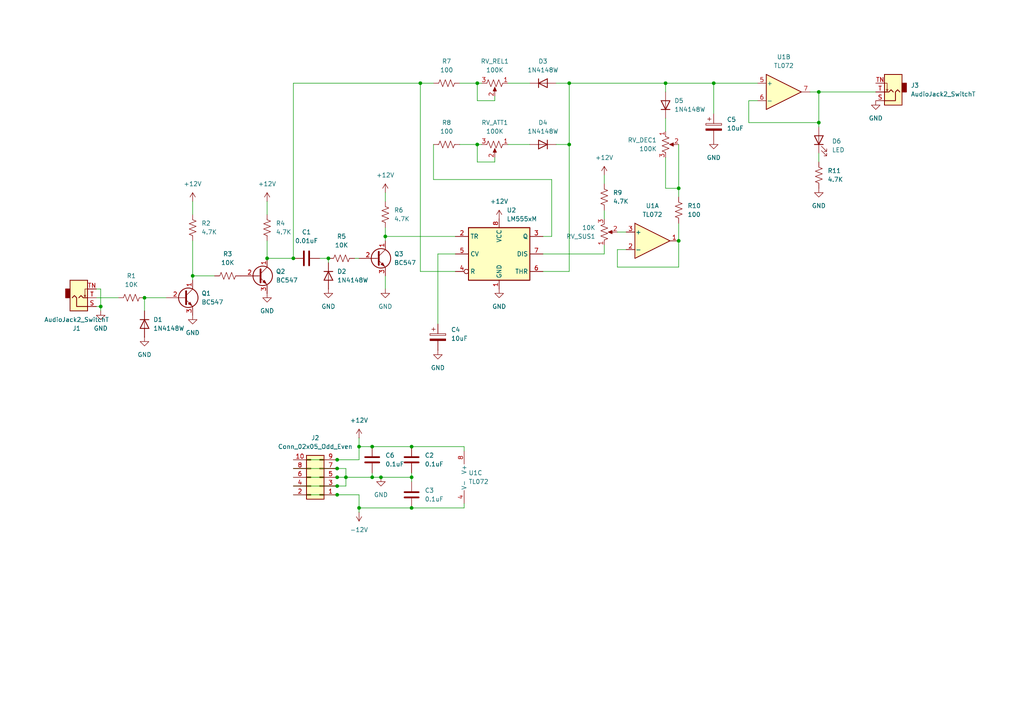
<source format=kicad_sch>
(kicad_sch (version 20231120) (generator "eeschema") (generator_version "8.0")
  (paper "A4")
  (lib_symbols
    (symbol "Amplifier_Operational:TL072" (pin_names (offset 0.127))
      (property "Reference" "U" (at 0 5.08 0))
      (property "Value" "TL072" (at 0 -5.08 0))
      (symbol "TL072_1_1"
        (polyline (pts (xy -5.08 5.08) (xy 5.08 0) (xy -5.08 -5.08) (xy -5.08 5.08)) (stroke (width 0.254)) (fill (type background)))
        (pin output line (at 7.62 0 180) (length 2.54) (name "~") (number "1"))
        (pin input line (at -7.62 -2.54 0) (length 2.54) (name "-") (number "2"))
        (pin input line (at -7.62 2.54 0) (length 2.54) (name "+") (number "3"))
      )
      (symbol "TL072_2_1"
        (polyline (pts (xy -5.08 5.08) (xy 5.08 0) (xy -5.08 -5.08) (xy -5.08 5.08)) (stroke (width 0.254)) (fill (type background)))
        (pin input line (at -7.62 2.54 0) (length 2.54) (name "+") (number "5"))
        (pin input line (at -7.62 -2.54 0) (length 2.54) (name "-") (number "6"))
        (pin output line (at 7.62 0 180) (length 2.54) (name "~") (number "7"))
      )
      (symbol "TL072_3_1"
        (pin power_in line (at -2.54 -7.62 90) (length 3.81) (name "V-") (number "4"))
        (pin power_in line (at -2.54 7.62 270) (length 3.81) (name "V+") (number "8"))
      )
    )
    (symbol "Connector_Audio:AudioJack2_SwitchT"
      (property "Reference" "J" (at 0 8.89 0))
      (property "Value" "AudioJack2_SwitchT" (at 0 6.35 0))
      (symbol "AudioJack2_SwitchT_0_1"
        (rectangle (start -2.54 0) (end -3.81 -2.54) (stroke (width 0.254)) (fill (type outline)))
        (polyline (pts (xy 1.778 -0.254) (xy 2.032 -0.762)))
        (polyline (pts (xy 0 0) (xy 0.635 -0.635) (xy 1.27 0) (xy 2.54 0)) (stroke (width 0.254)))
        (polyline (pts (xy 2.54 -2.54) (xy 1.778 -2.54) (xy 1.778 -0.254) (xy 1.524 -0.762)))
        (polyline (pts (xy 2.54 2.54) (xy -0.635 2.54) (xy -0.635 0) (xy -1.27 -0.635) (xy -1.905 0)) (stroke (width 0.254)))
        (rectangle (start 2.54 3.81) (end -2.54 -5.08) (stroke (width 0.254)) (fill (type background)))
      )
      (symbol "AudioJack2_SwitchT_1_1"
        (pin passive line (at 5.08 2.54 180) (length 2.54) (name "~") (number "S"))
        (pin passive line (at 5.08 0 180) (length 2.54) (name "~") (number "T"))
        (pin passive line (at 5.08 -2.54 180) (length 2.54) (name "~") (number "TN"))
      )
    )
    (symbol "Connector_Generic:Conn_02x05_Odd_Even" (pin_names (offset 1.016) hide)
      (property "Reference" "J" (at 1.27 7.62 0))
      (property "Value" "Conn_02x05_Odd_Even" (at 1.27 -7.62 0))
      (symbol "Conn_02x05_Odd_Even_1_1"
        (rectangle (start -1.27 -4.953) (end 0 -5.207) (stroke (width 0.1524)))
        (rectangle (start -1.27 -2.413) (end 0 -2.667) (stroke (width 0.1524)))
        (rectangle (start -1.27 0.127) (end 0 -0.127) (stroke (width 0.1524)))
        (rectangle (start -1.27 2.667) (end 0 2.413) (stroke (width 0.1524)))
        (rectangle (start -1.27 5.207) (end 0 4.953) (stroke (width 0.1524)))
        (rectangle (start -1.27 6.35) (end 3.81 -6.35) (stroke (width 0.254)) (fill (type background)))
        (rectangle (start 3.81 -4.953) (end 2.54 -5.207) (stroke (width 0.1524)))
        (rectangle (start 3.81 -2.413) (end 2.54 -2.667) (stroke (width 0.1524)))
        (rectangle (start 3.81 0.127) (end 2.54 -0.127) (stroke (width 0.1524)))
        (rectangle (start 3.81 2.667) (end 2.54 2.413) (stroke (width 0.1524)))
        (rectangle (start 3.81 5.207) (end 2.54 4.953) (stroke (width 0.1524)))
        (pin passive line (at -5.08 5.08 0) (length 3.81) (name "Pin_1") (number "1"))
        (pin passive line (at 7.62 -5.08 180) (length 3.81) (name "Pin_10") (number "10"))
        (pin passive line (at 7.62 5.08 180) (length 3.81) (name "Pin_2") (number "2"))
        (pin passive line (at -5.08 2.54 0) (length 3.81) (name "Pin_3") (number "3"))
        (pin passive line (at 7.62 2.54 180) (length 3.81) (name "Pin_4") (number "4"))
        (pin passive line (at -5.08 0 0) (length 3.81) (name "Pin_5") (number "5"))
        (pin passive line (at 7.62 0 180) (length 3.81) (name "Pin_6") (number "6"))
        (pin passive line (at -5.08 -2.54 0) (length 3.81) (name "Pin_7") (number "7"))
        (pin passive line (at 7.62 -2.54 180) (length 3.81) (name "Pin_8") (number "8"))
        (pin passive line (at -5.08 -5.08 0) (length 3.81) (name "Pin_9") (number "9"))
      )
    )
    (symbol "Device:C" (pin_numbers hide) (pin_names (offset 0.254))
      (property "Reference" "C" (at 0.635 2.54 0))
      (property "Value" "C" (at 0.635 -2.54 0))
      (symbol "C_0_1"
        (polyline (pts (xy -2.032 -0.762) (xy 2.032 -0.762)) (stroke (width 0.508)))
        (polyline (pts (xy -2.032 0.762) (xy 2.032 0.762)) (stroke (width 0.508)))
      )
      (symbol "C_1_1"
        (pin passive line (at 0 3.81 270) (length 2.794) (name "~") (number "1"))
        (pin passive line (at 0 -3.81 90) (length 2.794) (name "~") (number "2"))
      )
    )
    (symbol "Device:C_Polarized" (pin_numbers hide) (pin_names (offset 0.254))
      (property "Reference" "C" (at 0.635 2.54 0))
      (property "Value" "C_Polarized" (at 0.635 -2.54 0))
      (symbol "C_Polarized_0_1"
        (rectangle (start -2.286 0.508) (end 2.286 1.016))
        (polyline (pts (xy -1.778 2.286) (xy -0.762 2.286)))
        (polyline (pts (xy -1.27 2.794) (xy -1.27 1.778)))
        (rectangle (start 2.286 -0.508) (end -2.286 -1.016) (fill (type outline)))
      )
      (symbol "C_Polarized_1_1"
        (pin passive line (at 0 3.81 270) (length 2.794) (name "~") (number "1"))
        (pin passive line (at 0 -3.81 90) (length 2.794) (name "~") (number "2"))
      )
    )
    (symbol "Device:LED" (pin_numbers hide) (pin_names (offset 1.016) hide)
      (property "Reference" "D" (at 0 2.54 0))
      (property "Value" "LED" (at 0 -2.54 0))
      (symbol "LED_0_1"
        (polyline (pts (xy -1.27 -1.27) (xy -1.27 1.27)) (stroke (width 0.254)))
        (polyline (pts (xy -1.27 0) (xy 1.27 0)))
        (polyline (pts (xy 1.27 -1.27) (xy 1.27 1.27) (xy -1.27 0) (xy 1.27 -1.27)) (stroke (width 0.254)))
        (polyline (pts (xy -3.048 -0.762) (xy -4.572 -2.286) (xy -3.81 -2.286) (xy -4.572 -2.286) (xy -4.572 -1.524)))
        (polyline (pts (xy -1.778 -0.762) (xy -3.302 -2.286) (xy -2.54 -2.286) (xy -3.302 -2.286) (xy -3.302 -1.524)))
      )
      (symbol "LED_1_1"
        (pin passive line (at -3.81 0 0) (length 2.54) (name "K") (number "1"))
        (pin passive line (at 3.81 0 180) (length 2.54) (name "A") (number "2"))
      )
    )
    (symbol "Device:R_Potentiometer_US" (pin_names (offset 1.016) hide)
      (property "Reference" "RV" (at -4.445 0 90))
      (property "Value" "R_Potentiometer_US" (at -2.54 0 90))
      (symbol "R_Potentiometer_US_0_1"
        (polyline (pts (xy 0 -2.286) (xy 0 -2.54)))
        (polyline (pts (xy 0 2.54) (xy 0 2.286)))
        (polyline (pts (xy 2.54 0) (xy 1.524 0)))
        (polyline (pts (xy 1.143 0) (xy 2.286 0.508) (xy 2.286 -0.508) (xy 1.143 0)) (fill (type outline)))
        (polyline (pts (xy 0 -0.762) (xy 1.016 -1.143) (xy 0 -1.524) (xy -1.016 -1.905) (xy 0 -2.286)))
        (polyline (pts (xy 0 0.762) (xy 1.016 0.381) (xy 0 0) (xy -1.016 -0.381) (xy 0 -0.762)))
        (polyline (pts (xy 0 2.286) (xy 1.016 1.905) (xy 0 1.524) (xy -1.016 1.143) (xy 0 0.762)))
      )
      (symbol "R_Potentiometer_US_1_1"
        (pin passive line (at 0 3.81 270) (length 1.27) (name "1") (number "1"))
        (pin passive line (at 3.81 0 180) (length 1.27) (name "2") (number "2"))
        (pin passive line (at 0 -3.81 90) (length 1.27) (name "3") (number "3"))
      )
    )
    (symbol "Device:R_US" (pin_numbers hide) (pin_names (offset 0))
      (property "Reference" "R" (at 2.54 0 90))
      (property "Value" "R_US" (at -2.54 0 90))
      (symbol "R_US_0_1"
        (polyline (pts (xy 0 -2.286) (xy 0 -2.54)))
        (polyline (pts (xy 0 2.286) (xy 0 2.54)))
        (polyline (pts (xy 0 -0.762) (xy 1.016 -1.143) (xy 0 -1.524) (xy -1.016 -1.905) (xy 0 -2.286)))
        (polyline (pts (xy 0 0.762) (xy 1.016 0.381) (xy 0 0) (xy -1.016 -0.381) (xy 0 -0.762)))
        (polyline (pts (xy 0 2.286) (xy 1.016 1.905) (xy 0 1.524) (xy -1.016 1.143) (xy 0 0.762)))
      )
      (symbol "R_US_1_1"
        (pin passive line (at 0 3.81 270) (length 1.27) (name "~") (number "1"))
        (pin passive line (at 0 -3.81 90) (length 1.27) (name "~") (number "2"))
      )
    )
    (symbol "Diode:1N4148W" (pin_numbers hide) (pin_names hide)
      (property "Reference" "D" (at 0 2.54 0))
      (property "Value" "1N4148W" (at 0 -2.54 0))
      (symbol "1N4148W_0_1"
        (polyline (pts (xy -1.27 1.27) (xy -1.27 -1.27)) (stroke (width 0.254)))
        (polyline (pts (xy 1.27 0) (xy -1.27 0)))
        (polyline (pts (xy 1.27 1.27) (xy 1.27 -1.27) (xy -1.27 0) (xy 1.27 1.27)) (stroke (width 0.254)))
      )
      (symbol "1N4148W_1_1"
        (pin passive line (at -3.81 0 0) (length 2.54) (name "K") (number "1"))
        (pin passive line (at 3.81 0 180) (length 2.54) (name "A") (number "2"))
      )
    )
    (symbol "Timer:LM555xM"
      (property "Reference" "U" (at -10.16 8.89 0))
      (property "Value" "LM555xM" (at 2.54 8.89 0))
      (symbol "LM555xM_0_0"
        (pin power_in line (at 0 -10.16 90) (length 2.54) (name "GND") (number "1"))
        (pin power_in line (at 0 10.16 270) (length 2.54) (name "VCC") (number "8"))
      )
      (symbol "LM555xM_0_1"
        (rectangle (start -8.89 -7.62) (end 8.89 7.62) (stroke (width 0.254)) (fill (type background)))
        (rectangle (start -8.89 -7.62) (end 8.89 7.62) (stroke (width 0.254)) (fill (type background)))
      )
      (symbol "LM555xM_1_1"
        (pin input line (at -12.7 5.08 0) (length 3.81) (name "TR") (number "2"))
        (pin output line (at 12.7 5.08 180) (length 3.81) (name "Q") (number "3"))
        (pin input inverted (at -12.7 -5.08 0) (length 3.81) (name "R") (number "4"))
        (pin input line (at -12.7 0 0) (length 3.81) (name "CV") (number "5"))
        (pin input line (at 12.7 -5.08 180) (length 3.81) (name "THR") (number "6"))
        (pin input line (at 12.7 0 180) (length 3.81) (name "DIS") (number "7"))
      )
    )
    (symbol "Transistor_BJT:BC547" (pin_names (offset 0) hide)
      (property "Reference" "Q" (at 5.08 1.905 0))
      (property "Value" "BC547" (at 5.08 0 0))
      (symbol "BC547_0_1"
        (polyline (pts (xy 0 0) (xy 0.635 0)))
        (polyline (pts (xy 0.635 0.635) (xy 2.54 2.54)))
        (polyline (pts (xy 0.635 -0.635) (xy 2.54 -2.54) (xy 2.54 -2.54)))
        (polyline (pts (xy 0.635 1.905) (xy 0.635 -1.905) (xy 0.635 -1.905)) (stroke (width 0.508)))
        (polyline (pts (xy 1.27 -1.778) (xy 1.778 -1.27) (xy 2.286 -2.286) (xy 1.27 -1.778) (xy 1.27 -1.778)) (fill (type outline)))
        (circle (center 1.27 0) (radius 2.8194) (stroke (width 0.254)))
      )
      (symbol "BC547_1_1"
        (pin passive line (at 2.54 5.08 270) (length 2.54) (name "C") (number "1"))
        (pin input line (at -5.08 0 0) (length 5.08) (name "B") (number "2"))
        (pin passive line (at 2.54 -5.08 90) (length 2.54) (name "E") (number "3"))
      )
    )
    (symbol "power:+12V" (power) (pin_numbers hide) (pin_names (offset 0) hide)
      (property "Value" "+12V" (at 0 3.556 0))
      (symbol "+12V_0_1"
        (polyline (pts (xy -0.762 1.27) (xy 0 2.54)))
        (polyline (pts (xy 0 0) (xy 0 2.54)))
        (polyline (pts (xy 0 2.54) (xy 0.762 1.27)))
      )
      (symbol "+12V_1_1"
        (pin power_in line (at 0 0 90) (length 0) (name "~") (number "1"))
      )
    )
    (symbol "power:GND" (power) (pin_numbers hide) (pin_names (offset 0) hide)
      (property "Value" "GND" (at 0 -3.81 0))
      (symbol "GND_0_1"
        (polyline (pts (xy 0 0) (xy 0 -1.27) (xy 1.27 -1.27) (xy 0 -2.54) (xy -1.27 -1.27) (xy 0 -1.27)))
      )
      (symbol "GND_1_1"
        (pin power_in line (at 0 0 270) (length 0) (name "~") (number "1"))
      )
    )
  )
  (junction (at 104.14 129.54))
  (junction (at 95.25 74.93))
  (junction (at 193.04 24.13))
  (junction (at 97.79 143.51))
  (junction (at 107.95 138.43))
  (junction (at 165.1 41.91))
  (junction (at 110.49 138.43))
  (junction (at 107.95 129.54))
  (junction (at 97.79 133.35))
  (junction (at 97.79 138.43))
  (junction (at 85.09 74.93))
  (junction (at 119.38 138.43))
  (junction (at 111.76 68.58))
  (junction (at 29.21 88.9))
  (junction (at 138.43 41.91))
  (junction (at 97.79 135.89))
  (junction (at 119.38 129.54))
  (junction (at 237.49 26.67))
  (junction (at 196.85 54.61))
  (junction (at 104.14 147.32))
  (junction (at 97.79 140.97))
  (junction (at 121.92 24.13))
  (junction (at 119.38 147.32))
  (junction (at 138.43 24.13))
  (junction (at 237.49 35.56))
  (junction (at 41.91 86.36))
  (junction (at 196.85 69.85))
  (junction (at 165.1 24.13))
  (junction (at 55.88 80.01))
  (junction (at 77.47 74.93))
  (junction (at 207.01 24.13))
  (junction (at 100.33 138.43))
  (wire (pts (xy 193.04 24.13) (xy 193.04 26.67)))
  (wire (pts (xy 165.1 24.13) (xy 193.04 24.13)))
  (wire (pts (xy 92.71 74.93) (xy 95.25 74.93)))
  (wire (pts (xy 85.09 143.51) (xy 97.79 143.51)))
  (wire (pts (xy 138.43 24.13) (xy 139.7 24.13)))
  (wire (pts (xy 85.09 133.35) (xy 97.79 133.35)))
  (wire (pts (xy 219.71 29.21) (xy 217.17 29.21)))
  (wire (pts (xy 133.35 24.13) (xy 138.43 24.13)))
  (wire (pts (xy 77.47 74.93) (xy 85.09 74.93)))
  (wire (pts (xy 193.04 24.13) (xy 207.01 24.13)))
  (wire (pts (xy 160.02 68.58) (xy 157.48 68.58)))
  (wire (pts (xy 143.51 46.99) (xy 138.43 46.99)))
  (wire (pts (xy 193.04 54.61) (xy 196.85 54.61)))
  (wire (pts (xy 125.73 52.07) (xy 160.02 52.07)))
  (wire (pts (xy 193.04 45.72) (xy 193.04 54.61)))
  (wire (pts (xy 207.01 24.13) (xy 207.01 33.02)))
  (wire (pts (xy 133.35 41.91) (xy 138.43 41.91)))
  (wire (pts (xy 104.14 129.54) (xy 107.95 129.54)))
  (wire (pts (xy 55.88 80.01) (xy 55.88 81.28)))
  (wire (pts (xy 175.26 71.12) (xy 175.26 73.66)))
  (wire (pts (xy 237.49 26.67) (xy 234.95 26.67)))
  (wire (pts (xy 107.95 137.16) (xy 107.95 138.43)))
  (wire (pts (xy 143.51 45.72) (xy 143.51 46.99)))
  (wire (pts (xy 55.88 80.01) (xy 62.23 80.01)))
  (wire (pts (xy 143.51 29.21) (xy 138.43 29.21)))
  (wire (pts (xy 125.73 41.91) (xy 125.73 52.07)))
  (wire (pts (xy 104.14 147.32) (xy 104.14 148.59)))
  (wire (pts (xy 132.08 78.74) (xy 121.92 78.74)))
  (wire (pts (xy 97.79 140.97) (xy 100.33 140.97)))
  (wire (pts (xy 85.09 140.97) (xy 97.79 140.97)))
  (wire (pts (xy 104.14 129.54) (xy 104.14 127)))
  (wire (pts (xy 110.49 138.43) (xy 119.38 138.43)))
  (wire (pts (xy 111.76 80.01) (xy 111.76 83.82)))
  (wire (pts (xy 132.08 73.66) (xy 127 73.66)))
  (wire (pts (xy 55.88 58.42) (xy 55.88 62.23)))
  (wire (pts (xy 119.38 137.16) (xy 119.38 138.43)))
  (wire (pts (xy 77.47 69.85) (xy 77.47 74.93)))
  (wire (pts (xy 95.25 74.93) (xy 95.25 76.2)))
  (wire (pts (xy 55.88 69.85) (xy 55.88 80.01)))
  (wire (pts (xy 104.14 133.35) (xy 104.14 129.54)))
  (wire (pts (xy 100.33 138.43) (xy 107.95 138.43)))
  (wire (pts (xy 104.14 143.51) (xy 104.14 147.32)))
  (wire (pts (xy 147.32 24.13) (xy 153.67 24.13)))
  (wire (pts (xy 111.76 68.58) (xy 132.08 68.58)))
  (wire (pts (xy 119.38 129.54) (xy 134.62 129.54)))
  (wire (pts (xy 138.43 41.91) (xy 139.7 41.91)))
  (wire (pts (xy 107.95 138.43) (xy 110.49 138.43)))
  (wire (pts (xy 134.62 147.32) (xy 119.38 147.32)))
  (wire (pts (xy 121.92 24.13) (xy 125.73 24.13)))
  (wire (pts (xy 196.85 77.47) (xy 196.85 69.85)))
  (wire (pts (xy 100.33 138.43) (xy 100.33 140.97)))
  (wire (pts (xy 217.17 35.56) (xy 237.49 35.56)))
  (wire (pts (xy 175.26 73.66) (xy 157.48 73.66)))
  (wire (pts (xy 207.01 24.13) (xy 219.71 24.13)))
  (wire (pts (xy 179.07 72.39) (xy 179.07 77.47)))
  (wire (pts (xy 196.85 54.61) (xy 196.85 57.15)))
  (wire (pts (xy 97.79 138.43) (xy 100.33 138.43)))
  (wire (pts (xy 27.94 88.9) (xy 29.21 88.9)))
  (wire (pts (xy 175.26 50.8) (xy 175.26 53.34)))
  (wire (pts (xy 237.49 35.56) (xy 237.49 36.83)))
  (wire (pts (xy 111.76 55.88) (xy 111.76 58.42)))
  (wire (pts (xy 77.47 58.42) (xy 77.47 62.23)))
  (wire (pts (xy 121.92 24.13) (xy 85.09 24.13)))
  (wire (pts (xy 160.02 52.07) (xy 160.02 68.58)))
  (wire (pts (xy 138.43 46.99) (xy 138.43 41.91)))
  (wire (pts (xy 165.1 24.13) (xy 165.1 41.91)))
  (wire (pts (xy 41.91 86.36) (xy 41.91 90.17)))
  (wire (pts (xy 134.62 146.05) (xy 134.62 147.32)))
  (wire (pts (xy 179.07 77.47) (xy 196.85 77.47)))
  (wire (pts (xy 175.26 60.96) (xy 175.26 63.5)))
  (wire (pts (xy 29.21 90.17) (xy 29.21 88.9)))
  (wire (pts (xy 143.51 27.94) (xy 143.51 29.21)))
  (wire (pts (xy 41.91 86.36) (xy 48.26 86.36)))
  (wire (pts (xy 102.87 74.93) (xy 104.14 74.93)))
  (wire (pts (xy 27.94 83.82) (xy 29.21 83.82)))
  (wire (pts (xy 193.04 34.29) (xy 193.04 38.1)))
  (wire (pts (xy 111.76 68.58) (xy 111.76 69.85)))
  (wire (pts (xy 165.1 78.74) (xy 157.48 78.74)))
  (wire (pts (xy 237.49 44.45) (xy 237.49 46.99)))
  (wire (pts (xy 134.62 130.81) (xy 134.62 129.54)))
  (wire (pts (xy 29.21 83.82) (xy 29.21 88.9)))
  (wire (pts (xy 147.32 41.91) (xy 153.67 41.91)))
  (wire (pts (xy 161.29 41.91) (xy 165.1 41.91)))
  (wire (pts (xy 85.09 138.43) (xy 97.79 138.43)))
  (wire (pts (xy 119.38 138.43) (xy 119.38 139.7)))
  (wire (pts (xy 111.76 66.04) (xy 111.76 68.58)))
  (wire (pts (xy 97.79 133.35) (xy 104.14 133.35)))
  (wire (pts (xy 196.85 41.91) (xy 196.85 54.61)))
  (wire (pts (xy 196.85 64.77) (xy 196.85 69.85)))
  (wire (pts (xy 107.95 129.54) (xy 119.38 129.54)))
  (wire (pts (xy 85.09 24.13) (xy 85.09 74.93)))
  (wire (pts (xy 127 73.66) (xy 127 93.98)))
  (wire (pts (xy 97.79 135.89) (xy 100.33 135.89)))
  (wire (pts (xy 217.17 29.21) (xy 217.17 35.56)))
  (wire (pts (xy 237.49 35.56) (xy 237.49 26.67)))
  (wire (pts (xy 85.09 135.89) (xy 97.79 135.89)))
  (wire (pts (xy 119.38 147.32) (xy 104.14 147.32)))
  (wire (pts (xy 165.1 41.91) (xy 165.1 78.74)))
  (wire (pts (xy 237.49 26.67) (xy 254 26.67)))
  (wire (pts (xy 121.92 78.74) (xy 121.92 24.13)))
  (wire (pts (xy 165.1 24.13) (xy 161.29 24.13)))
  (wire (pts (xy 179.07 67.31) (xy 181.61 67.31)))
  (wire (pts (xy 100.33 135.89) (xy 100.33 138.43)))
  (wire (pts (xy 181.61 72.39) (xy 179.07 72.39)))
  (wire (pts (xy 97.79 143.51) (xy 104.14 143.51)))
  (wire (pts (xy 138.43 29.21) (xy 138.43 24.13)))
  (wire (pts (xy 27.94 86.36) (xy 34.29 86.36)))
  (symbol (lib_id "Device:C") (at 119.38 133.35 0) (unit 1)
    (property "Reference" "C2" (at 123.19 132.0799 0) (effects (justify left)))
    (property "Value" "0.1uF" (at 123.19 134.6199 0) (effects (justify left)))
    (property "Footprint" "Capacitor_SMD:C_0603_1608Metric_Pad1.08x0.95mm_HandSolder" (effects (hide yes)))
    (property "Description" "Unpolarized capacitor" (effects (hide yes)))
  )
  (symbol (lib_id "Connector_Generic:Conn_02x05_Odd_Even") (at 92.71 138.43 180) (unit 1)
    (property "Reference" "J2" (at 91.44 127 0))
    (property "Value" "Conn_02x05_Odd_Even" (at 91.44 129.54 0))
    (property "Footprint" "Connector_PinHeader_2.54mm:PinHeader_2x05_P2.54mm_Vertical" (effects (hide yes)))
    (property "Description" "Generic connector, double row, 02x05, odd/even pin numbering scheme (row 1 odd numbers, row 2 even numbers), script generated (kicad-library-utils/schlib/autogen/connector/)" (effects (hide yes)))
  )
  (symbol (lib_id "Device:R_Potentiometer_US") (at 143.51 24.13 270) (unit 1)
    (property "Reference" "RV_REL1" (at 143.51 17.78 90))
    (property "Value" "100K" (at 143.51 20.32 90))
    (property "Footprint" "Potentiometer_THT:Potentiometer_Alpha_RD901F-40-00D_Single_Vertical" (effects (hide yes)))
    (property "Description" "Potentiometer, US symbol" (effects (hide yes)))
  )
  (symbol (lib_id "power:+12V") (at 144.78 63.5 0) (unit 1)
    (property "Reference" "#PWR014" (effects (hide yes)))
    (property "Value" "+12V" (at 144.78 58.42 0))
    (property "Description" "Power symbol creates a global label with name \"+12V\"" (effects (hide yes)))
  )
  (symbol (lib_id "power:GND") (at 127 101.6 0) (unit 1)
    (property "Reference" "#PWR013" (effects (hide yes)))
    (property "Value" "GND" (at 127 106.68 0))
    (property "Description" "Power symbol creates a global label with name \"GND\" , ground" (effects (hide yes)))
  )
  (symbol (lib_id "Diode:1N4148W") (at 95.25 80.01 270) (unit 1)
    (property "Reference" "D2" (at 97.79 78.7399 90) (effects (justify left)))
    (property "Value" "1N4148W" (at 97.79 81.2799 90) (effects (justify left)))
    (property "Footprint" "Diode_SMD:D_SOD-123" (effects (hide yes)))
    (property "Datasheet" "https://www.vishay.com/docs/85748/1n4148w.pdf" (effects (hide yes)))
    (property "Description" "75V 0.15A Fast Switching Diode, SOD-123" (effects (hide yes)))
    (property "Sim.Device" "D" (effects (hide yes)))
    (property "Sim.Pins" "1=K 2=A" (effects (hide yes)))
  )
  (symbol (lib_id "power:+12V") (at 111.76 55.88 0) (unit 1)
    (property "Reference" "#PWR011" (effects (hide yes)))
    (property "Value" "+12V" (at 111.76 50.8 0))
    (property "Description" "Power symbol creates a global label with name \"+12V\"" (effects (hide yes)))
  )
  (symbol (lib_id "Device:C") (at 88.9 74.93 90) (unit 1)
    (property "Reference" "C1" (at 88.9 67.31 90))
    (property "Value" "0.01uF" (at 88.9 69.85 90))
    (property "Footprint" "Capacitor_SMD:C_0603_1608Metric_Pad1.08x0.95mm_HandSolder" (effects (hide yes)))
    (property "Description" "Unpolarized capacitor" (effects (hide yes)))
  )
  (symbol (lib_id "power:GND") (at 110.49 138.43 0) (unit 1)
    (property "Reference" "#PWR010" (effects (hide yes)))
    (property "Value" "GND" (at 110.49 143.51 0))
    (property "Description" "Power symbol creates a global label with name \"GND\" , ground" (effects (hide yes)))
  )
  (symbol (lib_id "power:+12V") (at 104.14 148.59 180) (unit 1)
    (property "Reference" "#PWR09" (effects (hide yes)))
    (property "Value" "-12V" (at 104.14 153.67 0))
    (property "Description" "Power symbol creates a global label with name \"+12V\"" (effects (hide yes)))
  )
  (symbol (lib_id "Diode:1N4148W") (at 157.48 41.91 180) (unit 1)
    (property "Reference" "D4" (at 157.48 35.56 0))
    (property "Value" "1N4148W" (at 157.48 38.1 0))
    (property "Footprint" "Diode_SMD:D_SOD-123" (effects (hide yes)))
    (property "Datasheet" "https://www.vishay.com/docs/85748/1n4148w.pdf" (effects (hide yes)))
    (property "Description" "75V 0.15A Fast Switching Diode, SOD-123" (effects (hide yes)))
    (property "Sim.Device" "D" (effects (hide yes)))
    (property "Sim.Pins" "1=K 2=A" (effects (hide yes)))
  )
  (symbol (lib_id "Device:LED") (at 237.49 40.64 90) (unit 1)
    (property "Reference" "D6" (at 241.3 40.9574 90) (effects (justify right)))
    (property "Value" "LED" (at 241.3 43.4974 90) (effects (justify right)))
    (property "Footprint" "LED_THT:LED_D3.0mm" (effects (hide yes)))
    (property "Description" "Light emitting diode" (effects (hide yes)))
  )
  (symbol (lib_id "Device:R_US") (at 77.47 66.04 0) (unit 1)
    (property "Reference" "R4" (at 80.01 64.7699 0) (effects (justify left)))
    (property "Value" "4.7K" (at 80.01 67.3099 0) (effects (justify left)))
    (property "Footprint" "Resistor_SMD:R_0603_1608Metric_Pad0.98x0.95mm_HandSolder" (effects (hide yes)))
    (property "Description" "Resistor, US symbol" (effects (hide yes)))
  )
  (symbol (lib_id "Connector_Audio:AudioJack2_SwitchT") (at 259.08 26.67 180) (unit 1)
    (property "Reference" "J3" (at 264.16 24.7649 0) (effects (justify right)))
    (property "Value" "AudioJack2_SwitchT" (at 264.16 27.3049 0) (effects (justify right)))
    (property "Footprint" "Connector_Audio:Jack_3.5mm_QingPu_WQP-PJ398SM_Vertical_CircularHoles" (effects (hide yes)))
    (property "Description" "Audio Jack, 2 Poles (Mono / TS), Switched T Pole (Normalling)" (effects (hide yes)))
  )
  (symbol (lib_id "Device:R_US") (at 55.88 66.04 0) (unit 1)
    (property "Reference" "R2" (at 58.42 64.7699 0) (effects (justify left)))
    (property "Value" "4.7K" (at 58.42 67.3099 0) (effects (justify left)))
    (property "Footprint" "Resistor_SMD:R_0603_1608Metric_Pad0.98x0.95mm_HandSolder" (effects (hide yes)))
    (property "Description" "Resistor, US symbol" (effects (hide yes)))
  )
  (symbol (lib_id "Device:R_Potentiometer_US") (at 193.04 41.91 0) (unit 1)
    (property "Reference" "RV_DEC1" (at 190.5 40.6399 0) (effects (justify right)))
    (property "Value" "100K" (at 190.5 43.1799 0) (effects (justify right)))
    (property "Footprint" "Potentiometer_THT:Potentiometer_Alpha_RD901F-40-00D_Single_Vertical" (effects (hide yes)))
    (property "Description" "Potentiometer, US symbol" (effects (hide yes)))
  )
  (symbol (lib_id "power:GND") (at 29.21 90.17 0) (unit 1)
    (property "Reference" "#PWR01" (effects (hide yes)))
    (property "Value" "GND" (at 29.21 95.25 0))
    (property "Description" "Power symbol creates a global label with name \"GND\" , ground" (effects (hide yes)))
  )
  (symbol (lib_id "power:GND") (at 111.76 83.82 0) (unit 1)
    (property "Reference" "#PWR012" (effects (hide yes)))
    (property "Value" "GND" (at 111.76 88.9 0))
    (property "Description" "Power symbol creates a global label with name \"GND\" , ground" (effects (hide yes)))
  )
  (symbol (lib_id "Device:R_US") (at 129.54 41.91 90) (unit 1)
    (property "Reference" "R8" (at 129.54 35.56 90))
    (property "Value" "100" (at 129.54 38.1 90))
    (property "Footprint" "Resistor_SMD:R_0603_1608Metric_Pad0.98x0.95mm_HandSolder" (effects (hide yes)))
    (property "Description" "Resistor, US symbol" (effects (hide yes)))
  )
  (symbol (lib_id "power:GND") (at 144.78 83.82 0) (unit 1)
    (property "Reference" "#PWR015" (effects (hide yes)))
    (property "Value" "GND" (at 144.78 88.9 0))
    (property "Description" "Power symbol creates a global label with name \"GND\" , ground" (effects (hide yes)))
  )
  (symbol (lib_id "Device:R_US") (at 237.49 50.8 0) (unit 1)
    (property "Reference" "R11" (at 240.03 49.5299 0) (effects (justify left)))
    (property "Value" "4.7K" (at 240.03 52.0699 0) (effects (justify left)))
    (property "Footprint" "Resistor_SMD:R_0603_1608Metric_Pad0.98x0.95mm_HandSolder" (effects (hide yes)))
    (property "Description" "Resistor, US symbol" (effects (hide yes)))
  )
  (symbol (lib_id "Transistor_BJT:BC547") (at 53.34 86.36 0) (unit 1)
    (property "Reference" "Q1" (at 58.42 85.0899 0) (effects (justify left)))
    (property "Value" "BC547" (at 58.42 87.6299 0) (effects (justify left)))
    (property "Footprint" "Package_TO_SOT_THT:TO-92_Inline" (effects (hide yes)))
    (property "Datasheet" "https://www.onsemi.com/pub/Collateral/BC550-D.pdf" (effects (hide yes)))
    (property "Description" "0.1A Ic, 45V Vce, Small Signal NPN Transistor, TO-92" (effects (hide yes)))
  )
  (symbol (lib_id "power:GND") (at 237.49 54.61 0) (unit 1)
    (property "Reference" "#PWR018" (effects (hide yes)))
    (property "Value" "GND" (at 237.49 59.69 0))
    (property "Description" "Power symbol creates a global label with name \"GND\" , ground" (effects (hide yes)))
  )
  (symbol (lib_id "Connector_Audio:AudioJack2_SwitchT") (at 22.86 86.36 0) (mirror x) (unit 1)
    (property "Reference" "J1" (at 22.225 95.25 0))
    (property "Value" "AudioJack2_SwitchT" (at 22.225 92.71 0))
    (property "Footprint" "Connector_Audio:Jack_3.5mm_QingPu_WQP-PJ398SM_Vertical_CircularHoles" (effects (hide yes)))
    (property "Description" "Audio Jack, 2 Poles (Mono / TS), Switched T Pole (Normalling)" (effects (hide yes)))
  )
  (symbol (lib_id "Device:C_Polarized") (at 127 97.79 0) (unit 1)
    (property "Reference" "C4" (at 130.81 95.6309 0) (effects (justify left)))
    (property "Value" "10uF" (at 130.81 98.1709 0) (effects (justify left)))
    (property "Footprint" "Capacitor_THT:CP_Radial_D5.0mm_P2.00mm" (effects (hide yes)))
    (property "Description" "Polarized capacitor" (effects (hide yes)))
  )
  (symbol (lib_id "Device:R_US") (at 196.85 60.96 180) (unit 1)
    (property "Reference" "R10" (at 199.39 59.6899 0) (effects (justify right)))
    (property "Value" "100" (at 199.39 62.2299 0) (effects (justify right)))
    (property "Footprint" "Resistor_SMD:R_0603_1608Metric_Pad0.98x0.95mm_HandSolder" (effects (hide yes)))
    (property "Description" "Resistor, US symbol" (effects (hide yes)))
  )
  (symbol (lib_id "Timer:LM555xM") (at 144.78 73.66 0) (unit 1)
    (property "Reference" "U2" (at 146.9741 60.96 0) (effects (justify left)))
    (property "Value" "LM555xM" (at 146.9741 63.5 0) (effects (justify left)))
    (property "Footprint" "Package_SO:SOIC-8_3.9x4.9mm_P1.27mm" (effects (hide yes)))
    (property "Datasheet" "http://www.ti.com/lit/ds/symlink/lm555.pdf" (effects (hide yes)))
    (property "Description" "Timer, 555 compatible, SOIC-8" (effects (hide yes)))
  )
  (symbol (lib_id "power:GND") (at 77.47 85.09 0) (unit 1)
    (property "Reference" "#PWR06" (effects (hide yes)))
    (property "Value" "GND" (at 77.47 90.17 0))
    (property "Description" "Power symbol creates a global label with name \"GND\" , ground" (effects (hide yes)))
  )
  (symbol (lib_id "power:GND") (at 55.88 91.44 0) (unit 1)
    (property "Reference" "#PWR04" (effects (hide yes)))
    (property "Value" "GND" (at 55.88 96.52 0))
    (property "Description" "Power symbol creates a global label with name \"GND\" , ground" (effects (hide yes)))
  )
  (symbol (lib_id "Amplifier_Operational:TL072") (at 137.16 138.43 0) (unit 3)
    (property "Reference" "U1" (at 135.89 137.1599 0) (effects (justify left)))
    (property "Value" "TL072" (at 135.89 139.6999 0) (effects (justify left)))
    (property "Footprint" "Package_SO:SOIC-8_3.9x4.9mm_P1.27mm" (effects (hide yes)))
    (property "Datasheet" "http://www.ti.com/lit/ds/symlink/tl071.pdf" (effects (hide yes)))
    (property "Description" "Dual Low-Noise JFET-Input Operational Amplifiers, DIP-8/SOIC-8" (effects (hide yes)))
  )
  (symbol (lib_id "Diode:1N4148W") (at 193.04 30.48 90) (unit 1)
    (property "Reference" "D5" (at 195.58 29.2099 90) (effects (justify right)))
    (property "Value" "1N4148W" (at 195.58 31.7499 90) (effects (justify right)))
    (property "Footprint" "Diode_SMD:D_SOD-123" (effects (hide yes)))
    (property "Datasheet" "https://www.vishay.com/docs/85748/1n4148w.pdf" (effects (hide yes)))
    (property "Description" "75V 0.15A Fast Switching Diode, SOD-123" (effects (hide yes)))
    (property "Sim.Device" "D" (effects (hide yes)))
    (property "Sim.Pins" "1=K 2=A" (effects (hide yes)))
  )
  (symbol (lib_id "Device:R_US") (at 38.1 86.36 90) (unit 1)
    (property "Reference" "R1" (at 38.1 80.01 90))
    (property "Value" "10K" (at 38.1 82.55 90))
    (property "Footprint" "Resistor_SMD:R_0603_1608Metric_Pad0.98x0.95mm_HandSolder" (effects (hide yes)))
    (property "Description" "Resistor, US symbol" (effects (hide yes)))
  )
  (symbol (lib_id "power:+12V") (at 104.14 127 0) (unit 1)
    (property "Reference" "#PWR08" (effects (hide yes)))
    (property "Value" "+12V" (at 104.14 121.92 0))
    (property "Description" "Power symbol creates a global label with name \"+12V\"" (effects (hide yes)))
  )
  (symbol (lib_id "power:+12V") (at 55.88 58.42 0) (unit 1)
    (property "Reference" "#PWR03" (effects (hide yes)))
    (property "Value" "+12V" (at 55.88 53.34 0))
    (property "Description" "Power symbol creates a global label with name \"+12V\"" (effects (hide yes)))
  )
  (symbol (lib_id "power:GND") (at 95.25 83.82 0) (unit 1)
    (property "Reference" "#PWR07" (effects (hide yes)))
    (property "Value" "GND" (at 95.25 88.9 0))
    (property "Description" "Power symbol creates a global label with name \"GND\" , ground" (effects (hide yes)))
  )
  (symbol (lib_id "power:GND") (at 41.91 97.79 0) (unit 1)
    (property "Reference" "#PWR02" (effects (hide yes)))
    (property "Value" "GND" (at 41.91 102.87 0))
    (property "Description" "Power symbol creates a global label with name \"GND\" , ground" (effects (hide yes)))
  )
  (symbol (lib_id "Device:C") (at 119.38 143.51 0) (unit 1)
    (property "Reference" "C3" (at 123.19 142.2399 0) (effects (justify left)))
    (property "Value" "0.1uF" (at 123.19 144.7799 0) (effects (justify left)))
    (property "Footprint" "Capacitor_SMD:C_0603_1608Metric_Pad1.08x0.95mm_HandSolder" (effects (hide yes)))
    (property "Description" "Unpolarized capacitor" (effects (hide yes)))
  )
  (symbol (lib_id "Diode:1N4148W") (at 41.91 93.98 270) (unit 1)
    (property "Reference" "D1" (at 44.45 92.7099 90) (effects (justify left)))
    (property "Value" "1N4148W" (at 44.45 95.2499 90) (effects (justify left)))
    (property "Footprint" "Diode_SMD:D_SOD-123" (effects (hide yes)))
    (property "Datasheet" "https://www.vishay.com/docs/85748/1n4148w.pdf" (effects (hide yes)))
    (property "Description" "75V 0.15A Fast Switching Diode, SOD-123" (effects (hide yes)))
    (property "Sim.Device" "D" (effects (hide yes)))
    (property "Sim.Pins" "1=K 2=A" (effects (hide yes)))
  )
  (symbol (lib_id "Device:R_US") (at 66.04 80.01 90) (unit 1)
    (property "Reference" "R3" (at 66.04 73.66 90))
    (property "Value" "10K" (at 66.04 76.2 90))
    (property "Footprint" "Resistor_SMD:R_0603_1608Metric_Pad0.98x0.95mm_HandSolder" (effects (hide yes)))
    (property "Description" "Resistor, US symbol" (effects (hide yes)))
  )
  (symbol (lib_id "Device:R_US") (at 175.26 57.15 0) (unit 1)
    (property "Reference" "R9" (at 177.8 55.8799 0) (effects (justify left)))
    (property "Value" "4.7K" (at 177.8 58.4199 0) (effects (justify left)))
    (property "Footprint" "Resistor_SMD:R_0603_1608Metric_Pad0.98x0.95mm_HandSolder" (effects (hide yes)))
    (property "Description" "Resistor, US symbol" (effects (hide yes)))
  )
  (symbol (lib_id "power:GND") (at 207.01 40.64 0) (unit 1)
    (property "Reference" "#PWR017" (effects (hide yes)))
    (property "Value" "GND" (at 207.01 45.72 0))
    (property "Description" "Power symbol creates a global label with name \"GND\" , ground" (effects (hide yes)))
  )
  (symbol (lib_id "Device:R_US") (at 99.06 74.93 90) (unit 1)
    (property "Reference" "R5" (at 99.06 68.58 90))
    (property "Value" "10K" (at 99.06 71.12 90))
    (property "Footprint" "Resistor_SMD:R_0603_1608Metric_Pad0.98x0.95mm_HandSolder" (effects (hide yes)))
    (property "Description" "Resistor, US symbol" (effects (hide yes)))
  )
  (symbol (lib_id "Amplifier_Operational:TL072") (at 227.33 26.67 0) (unit 2)
    (property "Reference" "U1" (at 227.33 16.51 0))
    (property "Value" "TL072" (at 227.33 19.05 0))
    (property "Footprint" "Package_SO:SOIC-8_3.9x4.9mm_P1.27mm" (effects (hide yes)))
    (property "Datasheet" "http://www.ti.com/lit/ds/symlink/tl071.pdf" (effects (hide yes)))
    (property "Description" "Dual Low-Noise JFET-Input Operational Amplifiers, DIP-8/SOIC-8" (effects (hide yes)))
  )
  (symbol (lib_id "Device:C_Polarized") (at 207.01 36.83 0) (unit 1)
    (property "Reference" "C5" (at 210.82 34.6709 0) (effects (justify left)))
    (property "Value" "10uF" (at 210.82 37.2109 0) (effects (justify left)))
    (property "Footprint" "Capacitor_THT:CP_Radial_D5.0mm_P2.00mm" (effects (hide yes)))
    (property "Description" "Polarized capacitor" (effects (hide yes)))
  )
  (symbol (lib_id "power:+12V") (at 77.47 58.42 0) (unit 1)
    (property "Reference" "#PWR05" (effects (hide yes)))
    (property "Value" "+12V" (at 77.47 53.34 0))
    (property "Description" "Power symbol creates a global label with name \"+12V\"" (effects (hide yes)))
  )
  (symbol (lib_id "power:GND") (at 254 29.21 0) (unit 1)
    (property "Reference" "#PWR019" (effects (hide yes)))
    (property "Value" "GND" (at 254 34.29 0))
    (property "Description" "Power symbol creates a global label with name \"GND\" , ground" (effects (hide yes)))
  )
  (symbol (lib_id "Device:R_Potentiometer_US") (at 175.26 67.31 0) (mirror x) (unit 1)
    (property "Reference" "RV_SUS1" (at 172.72 68.5801 0) (effects (justify right)))
    (property "Value" "10K" (at 172.72 66.0401 0) (effects (justify right)))
    (property "Footprint" "Potentiometer_THT:Potentiometer_Alpha_RD901F-40-00D_Single_Vertical" (effects (hide yes)))
    (property "Description" "Potentiometer, US symbol" (effects (hide yes)))
  )
  (symbol (lib_id "Device:R_US") (at 111.76 62.23 0) (unit 1)
    (property "Reference" "R6" (at 114.3 60.9599 0) (effects (justify left)))
    (property "Value" "4.7K" (at 114.3 63.4999 0) (effects (justify left)))
    (property "Footprint" "Resistor_SMD:R_0603_1608Metric_Pad0.98x0.95mm_HandSolder" (effects (hide yes)))
    (property "Description" "Resistor, US symbol" (effects (hide yes)))
  )
  (symbol (lib_id "Transistor_BJT:BC547") (at 74.93 80.01 0) (unit 1)
    (property "Reference" "Q2" (at 80.01 78.7399 0) (effects (justify left)))
    (property "Value" "BC547" (at 80.01 81.2799 0) (effects (justify left)))
    (property "Footprint" "Package_TO_SOT_THT:TO-92_Inline" (effects (hide yes)))
    (property "Datasheet" "https://www.onsemi.com/pub/Collateral/BC550-D.pdf" (effects (hide yes)))
    (property "Description" "0.1A Ic, 45V Vce, Small Signal NPN Transistor, TO-92" (effects (hide yes)))
  )
  (symbol (lib_id "Device:R_Potentiometer_US") (at 143.51 41.91 270) (unit 1)
    (property "Reference" "RV_ATT1" (at 143.51 35.56 90))
    (property "Value" "100K" (at 143.51 38.1 90))
    (property "Footprint" "Potentiometer_THT:Potentiometer_Alpha_RD901F-40-00D_Single_Vertical" (effects (hide yes)))
    (property "Description" "Potentiometer, US symbol" (effects (hide yes)))
  )
  (symbol (lib_id "Device:C") (at 107.95 133.35 0) (unit 1)
    (property "Reference" "C6" (at 111.76 132.0799 0) (effects (justify left)))
    (property "Value" "0.1uF" (at 111.76 134.6199 0) (effects (justify left)))
    (property "Footprint" "Capacitor_SMD:C_0603_1608Metric_Pad1.08x0.95mm_HandSolder" (effects (hide yes)))
    (property "Description" "Unpolarized capacitor" (effects (hide yes)))
  )
  (symbol (lib_id "Diode:1N4148W") (at 157.48 24.13 0) (unit 1)
    (property "Reference" "D3" (at 157.48 17.78 0))
    (property "Value" "1N4148W" (at 157.48 20.32 0))
    (property "Footprint" "Diode_SMD:D_SOD-123" (effects (hide yes)))
    (property "Datasheet" "https://www.vishay.com/docs/85748/1n4148w.pdf" (effects (hide yes)))
    (property "Description" "75V 0.15A Fast Switching Diode, SOD-123" (effects (hide yes)))
    (property "Sim.Device" "D" (effects (hide yes)))
    (property "Sim.Pins" "1=K 2=A" (effects (hide yes)))
  )
  (symbol (lib_id "Device:R_US") (at 129.54 24.13 90) (unit 1)
    (property "Reference" "R7" (at 129.54 17.78 90))
    (property "Value" "100" (at 129.54 20.32 90))
    (property "Footprint" "Resistor_SMD:R_0603_1608Metric_Pad0.98x0.95mm_HandSolder" (effects (hide yes)))
    (property "Description" "Resistor, US symbol" (effects (hide yes)))
  )
  (symbol (lib_id "Amplifier_Operational:TL072") (at 189.23 69.85 0) (unit 1)
    (property "Reference" "U1" (at 189.23 59.69 0))
    (property "Value" "TL072" (at 189.23 62.23 0))
    (property "Footprint" "Package_SO:SOIC-8_3.9x4.9mm_P1.27mm" (effects (hide yes)))
    (property "Datasheet" "http://www.ti.com/lit/ds/symlink/tl071.pdf" (effects (hide yes)))
    (property "Description" "Dual Low-Noise JFET-Input Operational Amplifiers, DIP-8/SOIC-8" (effects (hide yes)))
  )
  (symbol (lib_id "power:+12V") (at 175.26 50.8 0) (unit 1)
    (property "Reference" "#PWR016" (effects (hide yes)))
    (property "Value" "+12V" (at 175.26 45.72 0))
    (property "Description" "Power symbol creates a global label with name \"+12V\"" (effects (hide yes)))
  )
  (symbol (lib_id "Transistor_BJT:BC547") (at 109.22 74.93 0) (unit 1)
    (property "Reference" "Q3" (at 114.3 73.6599 0) (effects (justify left)))
    (property "Value" "BC547" (at 114.3 76.1999 0) (effects (justify left)))
    (property "Footprint" "Package_TO_SOT_THT:TO-92_Inline" (effects (hide yes)))
    (property "Datasheet" "https://www.onsemi.com/pub/Collateral/BC550-D.pdf" (effects (hide yes)))
    (property "Description" "0.1A Ic, 45V Vce, Small Signal NPN Transistor, TO-92" (effects (hide yes)))
  )
)
</source>
